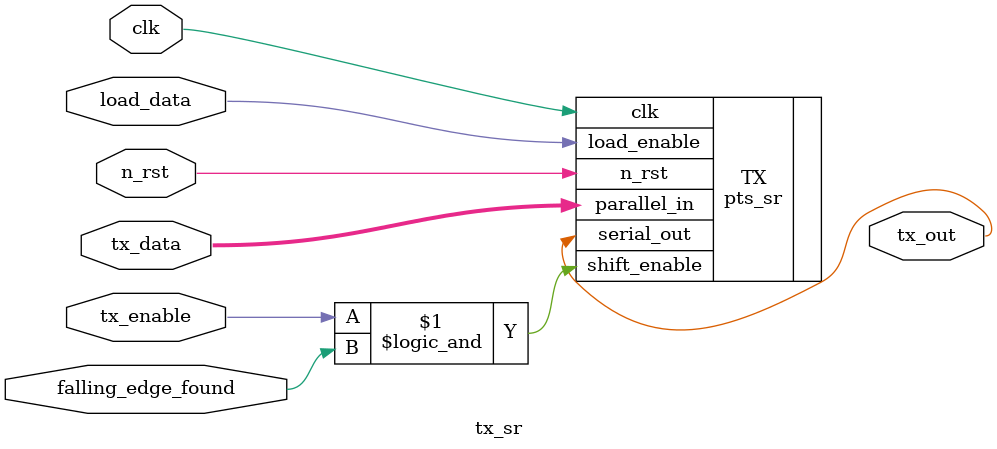
<source format=sv>
module tx_sr
  (
  input wire clk,
  input wire n_rst,
  input wire falling_edge_found,
  input wire tx_enable,
  input wire [7:0] tx_data,
  input wire load_data,
  output reg tx_out
  );
  
  pts_sr #(8,1) TX(
  	.clk(clk),
  	.n_rst(n_rst),
  	.shift_enable(tx_enable && falling_edge_found),
  	.load_enable(load_data),
  	.parallel_in(tx_data),
  	.serial_out(tx_out)
  	);
  
endmodule
</source>
